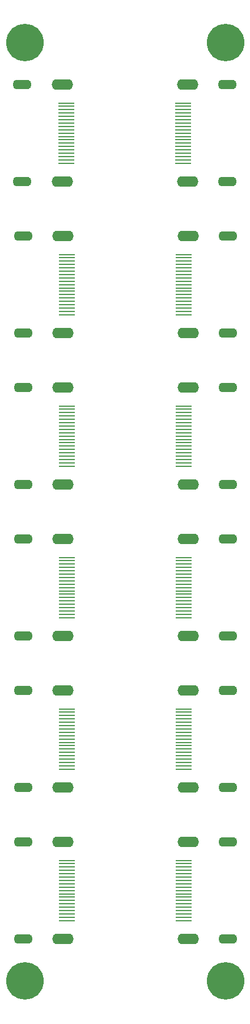
<source format=gbr>
%TF.GenerationSoftware,KiCad,Pcbnew,6.0.7-1.fc36*%
%TF.CreationDate,2022-07-28T17:35:04+01:00*%
%TF.ProjectId,pc070_aida_hdmi_rpc_hdmi,70633037-305f-4616-9964-615f68646d69,rev?*%
%TF.SameCoordinates,Original*%
%TF.FileFunction,Soldermask,Top*%
%TF.FilePolarity,Negative*%
%FSLAX46Y46*%
G04 Gerber Fmt 4.6, Leading zero omitted, Abs format (unit mm)*
G04 Created by KiCad (PCBNEW 6.0.7-1.fc36) date 2022-07-28 17:35:04*
%MOMM*%
%LPD*%
G01*
G04 APERTURE LIST*
%ADD10R,2.350000X0.280000*%
%ADD11O,3.200000X1.600000*%
%ADD12O,2.820000X1.410000*%
%ADD13C,3.600000*%
%ADD14C,5.600000*%
G04 APERTURE END LIST*
D10*
%TO.C,J2*%
X98675000Y-53985000D03*
X98675000Y-54485000D03*
X98675000Y-54985000D03*
X98675000Y-55485000D03*
X98675000Y-55985000D03*
X98675000Y-56485000D03*
X98675000Y-56985000D03*
X98675000Y-57485000D03*
X98675000Y-57985000D03*
X98675000Y-58485000D03*
X98675000Y-58985000D03*
X98675000Y-59485000D03*
X98675000Y-59985000D03*
X98675000Y-60485000D03*
X98675000Y-60985000D03*
X98675000Y-61485000D03*
X98675000Y-61985000D03*
X98675000Y-62485000D03*
X98675000Y-62985000D03*
D11*
X99300000Y-65735000D03*
X99300000Y-51235000D03*
D12*
X105260000Y-65735000D03*
X105260000Y-51235000D03*
%TD*%
D10*
%TO.C,J9*%
X81325000Y-153409000D03*
X81325000Y-152909000D03*
X81325000Y-152409000D03*
X81325000Y-151909000D03*
X81325000Y-151409000D03*
X81325000Y-150909000D03*
X81325000Y-150409000D03*
X81325000Y-149909000D03*
X81325000Y-149409000D03*
X81325000Y-148909000D03*
X81325000Y-148409000D03*
X81325000Y-147909000D03*
X81325000Y-147409000D03*
X81325000Y-146909000D03*
X81325000Y-146409000D03*
X81325000Y-145909000D03*
X81325000Y-145409000D03*
X81325000Y-144909000D03*
X81325000Y-144409000D03*
D11*
X80700000Y-141659000D03*
X80700000Y-156159000D03*
D12*
X74740000Y-141659000D03*
X74740000Y-156159000D03*
%TD*%
D13*
%TO.C,H3*%
X105000000Y-185000000D03*
D14*
X105000000Y-185000000D03*
%TD*%
%TO.C,H4*%
X75000000Y-185000000D03*
D13*
X75000000Y-185000000D03*
%TD*%
D10*
%TO.C,J8*%
X98765000Y-121803000D03*
X98765000Y-122303000D03*
X98765000Y-122803000D03*
X98765000Y-123303000D03*
X98765000Y-123803000D03*
X98765000Y-124303000D03*
X98765000Y-124803000D03*
X98765000Y-125303000D03*
X98765000Y-125803000D03*
X98765000Y-126303000D03*
X98765000Y-126803000D03*
X98765000Y-127303000D03*
X98765000Y-127803000D03*
X98765000Y-128303000D03*
X98765000Y-128803000D03*
X98765000Y-129303000D03*
X98765000Y-129803000D03*
X98765000Y-130303000D03*
X98765000Y-130803000D03*
D11*
X99390000Y-133553000D03*
X99390000Y-119053000D03*
D12*
X105350000Y-133553000D03*
X105350000Y-119053000D03*
%TD*%
D10*
%TO.C,J6*%
X98765000Y-99197000D03*
X98765000Y-99697000D03*
X98765000Y-100197000D03*
X98765000Y-100697000D03*
X98765000Y-101197000D03*
X98765000Y-101697000D03*
X98765000Y-102197000D03*
X98765000Y-102697000D03*
X98765000Y-103197000D03*
X98765000Y-103697000D03*
X98765000Y-104197000D03*
X98765000Y-104697000D03*
X98765000Y-105197000D03*
X98765000Y-105697000D03*
X98765000Y-106197000D03*
X98765000Y-106697000D03*
X98765000Y-107197000D03*
X98765000Y-107697000D03*
X98765000Y-108197000D03*
D11*
X99390000Y-110947000D03*
X99390000Y-96447000D03*
D12*
X105350000Y-110947000D03*
X105350000Y-96447000D03*
%TD*%
D10*
%TO.C,J12*%
X98765000Y-167015000D03*
X98765000Y-167515000D03*
X98765000Y-168015000D03*
X98765000Y-168515000D03*
X98765000Y-169015000D03*
X98765000Y-169515000D03*
X98765000Y-170015000D03*
X98765000Y-170515000D03*
X98765000Y-171015000D03*
X98765000Y-171515000D03*
X98765000Y-172015000D03*
X98765000Y-172515000D03*
X98765000Y-173015000D03*
X98765000Y-173515000D03*
X98765000Y-174015000D03*
X98765000Y-174515000D03*
X98765000Y-175015000D03*
X98765000Y-175515000D03*
X98765000Y-176015000D03*
D11*
X99390000Y-178765000D03*
X99390000Y-164265000D03*
D12*
X105350000Y-178765000D03*
X105350000Y-164265000D03*
%TD*%
D10*
%TO.C,J3*%
X81325000Y-85591000D03*
X81325000Y-85091000D03*
X81325000Y-84591000D03*
X81325000Y-84091000D03*
X81325000Y-83591000D03*
X81325000Y-83091000D03*
X81325000Y-82591000D03*
X81325000Y-82091000D03*
X81325000Y-81591000D03*
X81325000Y-81091000D03*
X81325000Y-80591000D03*
X81325000Y-80091000D03*
X81325000Y-79591000D03*
X81325000Y-79091000D03*
X81325000Y-78591000D03*
X81325000Y-78091000D03*
X81325000Y-77591000D03*
X81325000Y-77091000D03*
X81325000Y-76591000D03*
D11*
X80700000Y-73841000D03*
X80700000Y-88341000D03*
D12*
X74740000Y-73841000D03*
X74740000Y-88341000D03*
%TD*%
D10*
%TO.C,J1*%
X81235000Y-62985000D03*
X81235000Y-62485000D03*
X81235000Y-61985000D03*
X81235000Y-61485000D03*
X81235000Y-60985000D03*
X81235000Y-60485000D03*
X81235000Y-59985000D03*
X81235000Y-59485000D03*
X81235000Y-58985000D03*
X81235000Y-58485000D03*
X81235000Y-57985000D03*
X81235000Y-57485000D03*
X81235000Y-56985000D03*
X81235000Y-56485000D03*
X81235000Y-55985000D03*
X81235000Y-55485000D03*
X81235000Y-54985000D03*
X81235000Y-54485000D03*
X81235000Y-53985000D03*
D11*
X80610000Y-51235000D03*
X80610000Y-65735000D03*
D12*
X74650000Y-51235000D03*
X74650000Y-65735000D03*
%TD*%
D13*
%TO.C,H2*%
X105000000Y-45000000D03*
D14*
X105000000Y-45000000D03*
%TD*%
D10*
%TO.C,J7*%
X81325000Y-130803000D03*
X81325000Y-130303000D03*
X81325000Y-129803000D03*
X81325000Y-129303000D03*
X81325000Y-128803000D03*
X81325000Y-128303000D03*
X81325000Y-127803000D03*
X81325000Y-127303000D03*
X81325000Y-126803000D03*
X81325000Y-126303000D03*
X81325000Y-125803000D03*
X81325000Y-125303000D03*
X81325000Y-124803000D03*
X81325000Y-124303000D03*
X81325000Y-123803000D03*
X81325000Y-123303000D03*
X81325000Y-122803000D03*
X81325000Y-122303000D03*
X81325000Y-121803000D03*
D11*
X80700000Y-119053000D03*
X80700000Y-133553000D03*
D12*
X74740000Y-119053000D03*
X74740000Y-133553000D03*
%TD*%
D10*
%TO.C,J11*%
X81325000Y-176015000D03*
X81325000Y-175515000D03*
X81325000Y-175015000D03*
X81325000Y-174515000D03*
X81325000Y-174015000D03*
X81325000Y-173515000D03*
X81325000Y-173015000D03*
X81325000Y-172515000D03*
X81325000Y-172015000D03*
X81325000Y-171515000D03*
X81325000Y-171015000D03*
X81325000Y-170515000D03*
X81325000Y-170015000D03*
X81325000Y-169515000D03*
X81325000Y-169015000D03*
X81325000Y-168515000D03*
X81325000Y-168015000D03*
X81325000Y-167515000D03*
X81325000Y-167015000D03*
D11*
X80700000Y-164265000D03*
X80700000Y-178765000D03*
D12*
X74740000Y-164265000D03*
X74740000Y-178765000D03*
%TD*%
D14*
%TO.C,H1*%
X75000000Y-45000000D03*
D13*
X75000000Y-45000000D03*
%TD*%
D10*
%TO.C,J4*%
X98765000Y-76591000D03*
X98765000Y-77091000D03*
X98765000Y-77591000D03*
X98765000Y-78091000D03*
X98765000Y-78591000D03*
X98765000Y-79091000D03*
X98765000Y-79591000D03*
X98765000Y-80091000D03*
X98765000Y-80591000D03*
X98765000Y-81091000D03*
X98765000Y-81591000D03*
X98765000Y-82091000D03*
X98765000Y-82591000D03*
X98765000Y-83091000D03*
X98765000Y-83591000D03*
X98765000Y-84091000D03*
X98765000Y-84591000D03*
X98765000Y-85091000D03*
X98765000Y-85591000D03*
D11*
X99390000Y-88341000D03*
X99390000Y-73841000D03*
D12*
X105350000Y-88341000D03*
X105350000Y-73841000D03*
%TD*%
D10*
%TO.C,J10*%
X98765000Y-144409000D03*
X98765000Y-144909000D03*
X98765000Y-145409000D03*
X98765000Y-145909000D03*
X98765000Y-146409000D03*
X98765000Y-146909000D03*
X98765000Y-147409000D03*
X98765000Y-147909000D03*
X98765000Y-148409000D03*
X98765000Y-148909000D03*
X98765000Y-149409000D03*
X98765000Y-149909000D03*
X98765000Y-150409000D03*
X98765000Y-150909000D03*
X98765000Y-151409000D03*
X98765000Y-151909000D03*
X98765000Y-152409000D03*
X98765000Y-152909000D03*
X98765000Y-153409000D03*
D11*
X99390000Y-156159000D03*
X99390000Y-141659000D03*
D12*
X105350000Y-156159000D03*
X105350000Y-141659000D03*
%TD*%
D10*
%TO.C,J5*%
X81325000Y-108197000D03*
X81325000Y-107697000D03*
X81325000Y-107197000D03*
X81325000Y-106697000D03*
X81325000Y-106197000D03*
X81325000Y-105697000D03*
X81325000Y-105197000D03*
X81325000Y-104697000D03*
X81325000Y-104197000D03*
X81325000Y-103697000D03*
X81325000Y-103197000D03*
X81325000Y-102697000D03*
X81325000Y-102197000D03*
X81325000Y-101697000D03*
X81325000Y-101197000D03*
X81325000Y-100697000D03*
X81325000Y-100197000D03*
X81325000Y-99697000D03*
X81325000Y-99197000D03*
D11*
X80700000Y-96447000D03*
X80700000Y-110947000D03*
D12*
X74740000Y-96447000D03*
X74740000Y-110947000D03*
%TD*%
M02*

</source>
